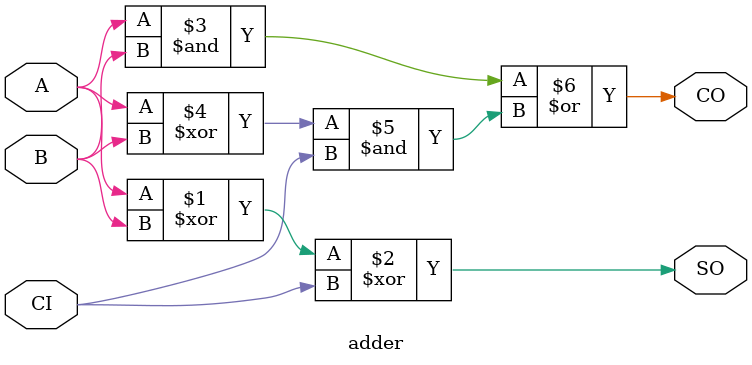
<source format=v>
`timescale 1ns / 1ps
module adder(A,B,CI,SO,CO);
	input A,B,CI;
	output SO,CO;
	
	assign SO = A ^ B ^ CI;
	assign CO = (A & B)|(( A ^ B )& CI);

endmodule

</source>
